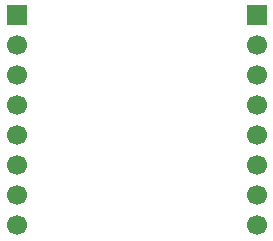
<source format=gbr>
%TF.GenerationSoftware,KiCad,Pcbnew,9.0.5*%
%TF.CreationDate,2025-12-22T17:05:03-05:00*%
%TF.ProjectId,stm32f072cb_breakout,73746d33-3266-4303-9732-63625f627265,rev?*%
%TF.SameCoordinates,Original*%
%TF.FileFunction,Soldermask,Bot*%
%TF.FilePolarity,Negative*%
%FSLAX46Y46*%
G04 Gerber Fmt 4.6, Leading zero omitted, Abs format (unit mm)*
G04 Created by KiCad (PCBNEW 9.0.5) date 2025-12-22 17:05:03*
%MOMM*%
%LPD*%
G01*
G04 APERTURE LIST*
%ADD10R,1.700000X1.700000*%
%ADD11C,1.700000*%
G04 APERTURE END LIST*
D10*
%TO.C,J2*%
X160670000Y-71170000D03*
D11*
X160670000Y-73710000D03*
X160670000Y-76250000D03*
X160670000Y-78790000D03*
X160670000Y-81330000D03*
X160670000Y-83870000D03*
X160670000Y-86410000D03*
X160670000Y-88950000D03*
%TD*%
D10*
%TO.C,J1*%
X140350000Y-71170000D03*
D11*
X140350000Y-73710000D03*
X140350000Y-76250000D03*
X140350000Y-78790000D03*
X140350000Y-81330000D03*
X140350000Y-83870000D03*
X140350000Y-86410000D03*
X140350000Y-88950000D03*
%TD*%
M02*

</source>
